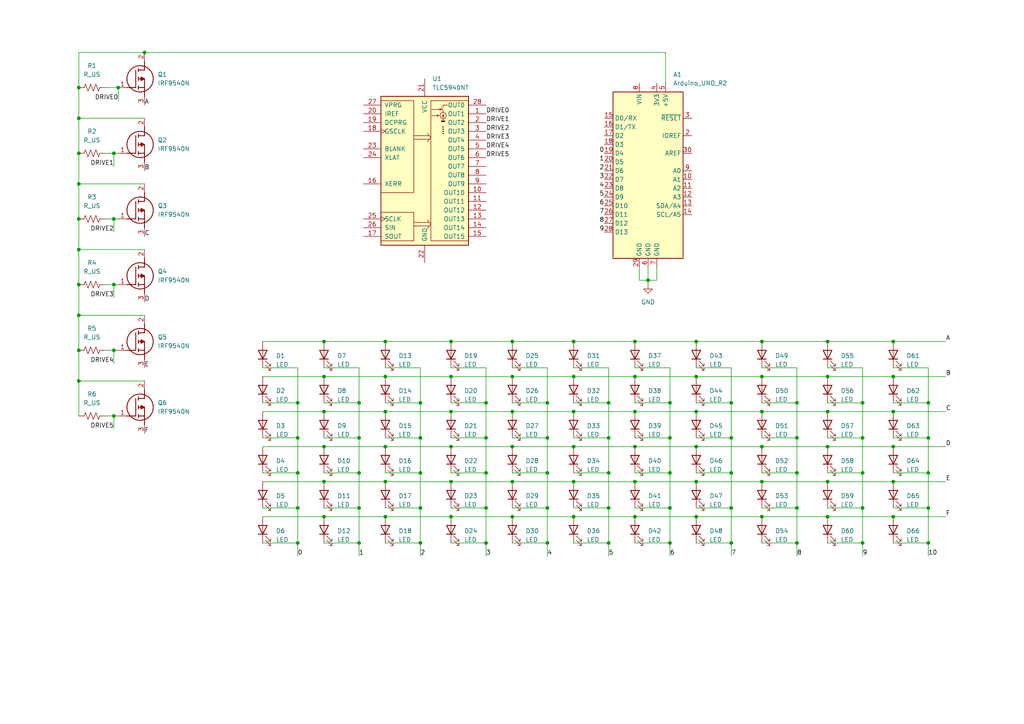
<source format=kicad_sch>
(kicad_sch (version 20230121) (generator eeschema)
  (paper "A4")
  (lib_symbols
    (symbol "Device:LED" (pin_numbers hide) (pin_names (offset 1.016) hide)
      (property "Reference" "D" (at 0 2.54 0))
      (property "Value" "LED" (at 0 -2.54 0))
      (symbol "LED_0_1"
        (polyline (pts (xy -1.27 -1.27) (xy -1.27 1.27)) (stroke (width 0.254)))
        (polyline (pts (xy -1.27 0) (xy 1.27 0)))
        (polyline (pts (xy 1.27 -1.27) (xy 1.27 1.27) (xy -1.27 0) (xy 1.27 -1.27)) (stroke (width 0.254)))
        (polyline (pts (xy -3.048 -0.762) (xy -4.572 -2.286) (xy -3.81 -2.286) (xy -4.572 -2.286) (xy -4.572 -1.524)))
        (polyline (pts (xy -1.778 -0.762) (xy -3.302 -2.286) (xy -2.54 -2.286) (xy -3.302 -2.286) (xy -3.302 -1.524)))
      )
      (symbol "LED_1_1"
        (pin passive line (at -3.81 0 0) (length 2.54) (name "K") (number "1"))
        (pin passive line (at 3.81 0 180) (length 2.54) (name "A") (number "2"))
      )
    )
    (symbol "Device:R_US" (pin_numbers hide) (pin_names (offset 0))
      (property "Reference" "R" (at 2.54 0 90))
      (property "Value" "R_US" (at -2.54 0 90))
      (symbol "R_US_0_1"
        (polyline (pts (xy 0 -2.286) (xy 0 -2.54)))
        (polyline (pts (xy 0 2.286) (xy 0 2.54)))
        (polyline (pts (xy 0 -0.762) (xy 1.016 -1.143) (xy 0 -1.524) (xy -1.016 -1.905) (xy 0 -2.286)))
        (polyline (pts (xy 0 0.762) (xy 1.016 0.381) (xy 0 0) (xy -1.016 -0.381) (xy 0 -0.762)))
        (polyline (pts (xy 0 2.286) (xy 1.016 1.905) (xy 0 1.524) (xy -1.016 1.143) (xy 0 0.762)))
      )
      (symbol "R_US_1_1"
        (pin passive line (at 0 3.81 270) (length 1.27) (name "~") (number "1"))
        (pin passive line (at 0 -3.81 90) (length 1.27) (name "~") (number "2"))
      )
    )
    (symbol "Driver_LED:TLC5940NT" (pin_names (offset 1.016))
      (property "Reference" "U" (at -12.7 22.225 0))
      (property "Value" "TLC5940NT" (at 12.7 22.225 0))
      (symbol "TLC5940NT_0_1"
        (rectangle (start -12.7 -21.59) (end -3.175 -13.335))
        (rectangle (start -12.7 19.05) (end -3.175 -7.62))
        (rectangle (start -12.7 20.32) (end 12.7 -22.86) (stroke (width 0.254)) (fill (type background)))
        (polyline (pts (xy -3.175 -16.256) (xy 1.27 -16.256)))
        (polyline (pts (xy -3.175 8.89) (xy 1.27 8.89)))
        (polyline (pts (xy 1.27 -17.272) (xy -3.175 -17.272)))
        (polyline (pts (xy 1.27 7.874) (xy -3.175 7.874)))
        (polyline (pts (xy 1.778 -16.764) (xy 0.762 -18.034)))
        (polyline (pts (xy 1.778 -16.764) (xy 0.762 -15.494)))
        (polyline (pts (xy 1.778 8.382) (xy 0.762 7.112)))
        (polyline (pts (xy 1.778 8.382) (xy 0.762 9.652)))
        (polyline (pts (xy 5.334 13.716) (xy 5.334 13.208)))
        (polyline (pts (xy 5.334 14.224) (xy 5.588 14.732)))
        (polyline (pts (xy 5.334 15.24) (xy 5.334 14.224) (xy 5.08 14.732)))
        (polyline (pts (xy 5.334 15.748) (xy 5.334 16.002) (xy 4.826 17.272)))
        (polyline (pts (xy 5.334 17.272) (xy 5.334 17.78) (xy 6.604 17.78)))
        (polyline (pts (xy 2.032 14.732) (xy 4.064 14.732) (xy 3.556 14.986) (xy 4.064 14.732) (xy 3.556 14.478)))
        (polyline (pts (xy 2.032 16.51) (xy 4.826 16.51) (xy 4.318 16.764) (xy 4.826 16.51) (xy 4.318 16.256)))
        (rectangle (start 1.778 19.05) (end 12.7 -21.59))
        (rectangle (start 4.826 13.208) (end 5.842 12.954) (fill (type outline)))
        (circle (center 5.334 9.525) (radius 0.127) (fill (type outline)))
        (circle (center 5.334 10.16) (radius 0.127) (fill (type outline)))
        (circle (center 5.334 10.795) (radius 0.127) (fill (type outline)))
        (circle (center 5.334 11.43) (radius 0.127) (fill (type outline)))
        (circle (center 5.334 14.732) (radius 0.9144))
      )
      (symbol "TLC5940NT_1_1"
        (pin open_collector line (at 17.78 15.24 180) (length 5.08) (name "OUT1") (number "1"))
        (pin open_collector line (at 17.78 -7.62 180) (length 5.08) (name "OUT10") (number "10"))
        (pin open_collector line (at 17.78 -10.16 180) (length 5.08) (name "OUT11") (number "11"))
        (pin open_collector line (at 17.78 -12.7 180) (length 5.08) (name "OUT12") (number "12"))
        (pin open_collector line (at 17.78 -15.24 180) (length 5.08) (name "OUT13") (number "13"))
        (pin open_collector line (at 17.78 -17.78 180) (length 5.08) (name "OUT14") (number "14"))
        (pin open_collector line (at 17.78 -20.32 180) (length 5.08) (name "OUT15") (number "15"))
        (pin open_collector line (at -17.78 -5.08 0) (length 5.08) (name "XERR") (number "16"))
        (pin output line (at -17.78 -20.32 0) (length 5.08) (name "SOUT") (number "17"))
        (pin input clock (at -17.78 10.16 0) (length 5.08) (name "GSCLK") (number "18"))
        (pin input line (at -17.78 12.7 0) (length 5.08) (name "DCPRG") (number "19"))
        (pin open_collector line (at 17.78 12.7 180) (length 5.08) (name "OUT2") (number "2"))
        (pin input line (at -17.78 15.24 0) (length 5.08) (name "IREF") (number "20"))
        (pin power_in line (at 0 25.4 270) (length 5.08) (name "VCC") (number "21"))
        (pin power_in line (at 0 -27.94 90) (length 5.08) (name "GND") (number "22"))
        (pin input line (at -17.78 5.08 0) (length 5.08) (name "BLANK") (number "23"))
        (pin input line (at -17.78 2.54 0) (length 5.08) (name "XLAT") (number "24"))
        (pin input clock (at -17.78 -15.24 0) (length 5.08) (name "SCLK") (number "25"))
        (pin input line (at -17.78 -17.78 0) (length 5.08) (name "SIN") (number "26"))
        (pin input line (at -17.78 17.78 0) (length 5.08) (name "VPRG") (number "27"))
        (pin open_collector line (at 17.78 17.78 180) (length 5.08) (name "OUT0") (number "28"))
        (pin open_collector line (at 17.78 10.16 180) (length 5.08) (name "OUT3") (number "3"))
        (pin open_collector line (at 17.78 7.62 180) (length 5.08) (name "OUT4") (number "4"))
        (pin open_collector line (at 17.78 5.08 180) (length 5.08) (name "OUT5") (number "5"))
        (pin open_collector line (at 17.78 2.54 180) (length 5.08) (name "OUT6") (number "6"))
        (pin open_collector line (at 17.78 0 180) (length 5.08) (name "OUT7") (number "7"))
        (pin open_collector line (at 17.78 -2.54 180) (length 5.08) (name "OUT8") (number "8"))
        (pin open_collector line (at 17.78 -5.08 180) (length 5.08) (name "OUT9") (number "9"))
      )
    )
    (symbol "F9540N:IRF9540N" (pin_names hide)
      (property "Reference" "Q" (at 11.43 3.81 0))
      (property "Value" "IRF9540N" (at 11.43 1.27 0))
      (symbol "IRF9540N_1_1"
        (polyline (pts (xy 2.54 0) (xy 5.08 0)) (stroke (width 0.254)))
        (polyline (pts (xy 5.08 5.08) (xy 5.08 0)) (stroke (width 0.254)))
        (polyline (pts (xy 5.842 -0.508) (xy 5.842 0.508)) (stroke (width 0.254)))
        (polyline (pts (xy 5.842 0) (xy 7.62 0)) (stroke (width 0.254)))
        (polyline (pts (xy 5.842 2.032) (xy 5.842 3.048)) (stroke (width 0.254)))
        (polyline (pts (xy 5.842 5.588) (xy 5.842 4.572)) (stroke (width 0.254)))
        (polyline (pts (xy 7.62 2.54) (xy 5.842 2.54)) (stroke (width 0.254)))
        (polyline (pts (xy 7.62 2.54) (xy 7.62 -2.54)) (stroke (width 0.254)))
        (polyline (pts (xy 7.62 5.08) (xy 5.842 5.08)) (stroke (width 0.254)))
        (polyline (pts (xy 7.62 5.08) (xy 7.62 7.62)) (stroke (width 0.254)))
        (polyline (pts (xy 7.62 2.54) (xy 6.604 3.048) (xy 6.604 2.032) (xy 7.62 2.54)) (stroke (width 0.254)) (fill (type outline)))
        (circle (center 6.35 2.54) (radius 3.81) (stroke (width 0.254)))
        (pin passive line (at 0 0 0) (length 2.54) (name "G") (number "1"))
        (pin passive line (at 7.62 10.16 270) (length 2.54) (name "D") (number "2"))
        (pin passive line (at 7.62 -5.08 90) (length 2.54) (name "S") (number "3"))
      )
    )
    (symbol "MCU_Module:Arduino_UNO_R2"
      (property "Reference" "A" (at -10.16 23.495 0))
      (property "Value" "Arduino_UNO_R2" (at 5.08 -26.67 0))
      (symbol "Arduino_UNO_R2_0_1"
        (rectangle (start -10.16 22.86) (end 10.16 -25.4) (stroke (width 0.254)) (fill (type background)))
      )
      (symbol "Arduino_UNO_R2_1_1"
        (pin no_connect line (at -10.16 -20.32 0) (length 2.54) hide (name "NC") (number "1"))
        (pin bidirectional line (at 12.7 -2.54 180) (length 2.54) (name "A1") (number "10"))
        (pin bidirectional line (at 12.7 -5.08 180) (length 2.54) (name "A2") (number "11"))
        (pin bidirectional line (at 12.7 -7.62 180) (length 2.54) (name "A3") (number "12"))
        (pin bidirectional line (at 12.7 -10.16 180) (length 2.54) (name "SDA/A4") (number "13"))
        (pin bidirectional line (at 12.7 -12.7 180) (length 2.54) (name "SCL/A5") (number "14"))
        (pin bidirectional line (at -12.7 15.24 0) (length 2.54) (name "D0/RX") (number "15"))
        (pin bidirectional line (at -12.7 12.7 0) (length 2.54) (name "D1/TX") (number "16"))
        (pin bidirectional line (at -12.7 10.16 0) (length 2.54) (name "D2") (number "17"))
        (pin bidirectional line (at -12.7 7.62 0) (length 2.54) (name "D3") (number "18"))
        (pin bidirectional line (at -12.7 5.08 0) (length 2.54) (name "D4") (number "19"))
        (pin output line (at 12.7 10.16 180) (length 2.54) (name "IOREF") (number "2"))
        (pin bidirectional line (at -12.7 2.54 0) (length 2.54) (name "D5") (number "20"))
        (pin bidirectional line (at -12.7 0 0) (length 2.54) (name "D6") (number "21"))
        (pin bidirectional line (at -12.7 -2.54 0) (length 2.54) (name "D7") (number "22"))
        (pin bidirectional line (at -12.7 -5.08 0) (length 2.54) (name "D8") (number "23"))
        (pin bidirectional line (at -12.7 -7.62 0) (length 2.54) (name "D9") (number "24"))
        (pin bidirectional line (at -12.7 -10.16 0) (length 2.54) (name "D10") (number "25"))
        (pin bidirectional line (at -12.7 -12.7 0) (length 2.54) (name "D11") (number "26"))
        (pin bidirectional line (at -12.7 -15.24 0) (length 2.54) (name "D12") (number "27"))
        (pin bidirectional line (at -12.7 -17.78 0) (length 2.54) (name "D13") (number "28"))
        (pin power_in line (at -2.54 -27.94 90) (length 2.54) (name "GND") (number "29"))
        (pin input line (at 12.7 15.24 180) (length 2.54) (name "~{RESET}") (number "3"))
        (pin input line (at 12.7 5.08 180) (length 2.54) (name "AREF") (number "30"))
        (pin power_out line (at 2.54 25.4 270) (length 2.54) (name "3V3") (number "4"))
        (pin power_out line (at 5.08 25.4 270) (length 2.54) (name "+5V") (number "5"))
        (pin power_in line (at 0 -27.94 90) (length 2.54) (name "GND") (number "6"))
        (pin power_in line (at 2.54 -27.94 90) (length 2.54) (name "GND") (number "7"))
        (pin power_in line (at -2.54 25.4 270) (length 2.54) (name "VIN") (number "8"))
        (pin bidirectional line (at 12.7 0 180) (length 2.54) (name "A0") (number "9"))
      )
    )
    (symbol "power:GND" (power) (pin_names (offset 0))
      (property "Value" "GND" (at 0 -3.81 0))
      (symbol "GND_0_1"
        (polyline (pts (xy 0 0) (xy 0 -1.27) (xy 1.27 -1.27) (xy 0 -2.54) (xy -1.27 -1.27) (xy 0 -1.27)))
      )
      (symbol "GND_1_1"
        (pin power_in line (at 0 0 270) (length 0) hide (name "GND") (number "1"))
      )
    )
  )
  (junction (at 140.97 137.16))
  (junction (at 121.92 137.16))
  (junction (at 259.08 99.06))
  (junction (at 34.29 25.4))
  (junction (at 240.03 99.06))
  (junction (at 194.31 147.32))
  (junction (at 231.14 147.32))
  (junction (at 130.81 129.54))
  (junction (at 121.92 127))
  (junction (at 231.14 157.48))
  (junction (at 130.81 119.38))
  (junction (at 220.98 119.38))
  (junction (at 166.37 129.54))
  (junction (at 176.53 127))
  (junction (at 269.24 147.32))
  (junction (at 41.91 15.24))
  (junction (at 166.37 99.06))
  (junction (at 166.37 109.22))
  (junction (at 111.76 99.06))
  (junction (at 148.59 149.86))
  (junction (at 259.08 129.54))
  (junction (at 201.93 129.54))
  (junction (at 93.98 139.7))
  (junction (at 148.59 109.22))
  (junction (at 140.97 116.84))
  (junction (at 166.37 149.86))
  (junction (at 111.76 129.54))
  (junction (at 184.15 109.22))
  (junction (at 148.59 139.7))
  (junction (at 148.59 129.54))
  (junction (at 201.93 109.22))
  (junction (at 194.31 116.84))
  (junction (at 22.86 110.49))
  (junction (at 184.15 119.38))
  (junction (at 194.31 127))
  (junction (at 212.09 116.84))
  (junction (at 111.76 119.38))
  (junction (at 111.76 139.7))
  (junction (at 269.24 137.16))
  (junction (at 194.31 157.48))
  (junction (at 22.86 101.6))
  (junction (at 93.98 99.06))
  (junction (at 269.24 116.84))
  (junction (at 201.93 149.86))
  (junction (at 140.97 127))
  (junction (at 220.98 129.54))
  (junction (at 22.86 63.5))
  (junction (at 212.09 137.16))
  (junction (at 86.36 137.16))
  (junction (at 86.36 147.32))
  (junction (at 22.86 44.45))
  (junction (at 184.15 129.54))
  (junction (at 194.31 137.16))
  (junction (at 104.14 157.48))
  (junction (at 220.98 139.7))
  (junction (at 240.03 139.7))
  (junction (at 22.86 72.39))
  (junction (at 93.98 129.54))
  (junction (at 240.03 119.38))
  (junction (at 86.36 116.84))
  (junction (at 33.02 63.5))
  (junction (at 140.97 147.32))
  (junction (at 220.98 149.86))
  (junction (at 176.53 137.16))
  (junction (at 158.75 127))
  (junction (at 22.86 91.44))
  (junction (at 121.92 116.84))
  (junction (at 104.14 147.32))
  (junction (at 158.75 147.32))
  (junction (at 250.19 147.32))
  (junction (at 130.81 139.7))
  (junction (at 259.08 149.86))
  (junction (at 33.02 101.6))
  (junction (at 269.24 157.48))
  (junction (at 231.14 116.84))
  (junction (at 93.98 149.86))
  (junction (at 22.86 34.29))
  (junction (at 111.76 109.22))
  (junction (at 269.24 127))
  (junction (at 158.75 157.48))
  (junction (at 86.36 157.48))
  (junction (at 111.76 149.86))
  (junction (at 130.81 109.22))
  (junction (at 201.93 99.06))
  (junction (at 240.03 109.22))
  (junction (at 212.09 127))
  (junction (at 220.98 109.22))
  (junction (at 187.96 81.28))
  (junction (at 220.98 99.06))
  (junction (at 22.86 25.4))
  (junction (at 176.53 116.84))
  (junction (at 212.09 157.48))
  (junction (at 250.19 116.84))
  (junction (at 33.02 44.45))
  (junction (at 176.53 147.32))
  (junction (at 86.36 127))
  (junction (at 158.75 137.16))
  (junction (at 250.19 157.48))
  (junction (at 231.14 127))
  (junction (at 212.09 147.32))
  (junction (at 259.08 109.22))
  (junction (at 184.15 99.06))
  (junction (at 166.37 139.7))
  (junction (at 184.15 149.86))
  (junction (at 250.19 137.16))
  (junction (at 93.98 119.38))
  (junction (at 104.14 116.84))
  (junction (at 201.93 119.38))
  (junction (at 22.86 82.55))
  (junction (at 201.93 139.7))
  (junction (at 104.14 127))
  (junction (at 184.15 139.7))
  (junction (at 121.92 157.48))
  (junction (at 176.53 157.48))
  (junction (at 259.08 139.7))
  (junction (at 231.14 137.16))
  (junction (at 33.02 82.55))
  (junction (at 240.03 129.54))
  (junction (at 130.81 149.86))
  (junction (at 104.14 137.16))
  (junction (at 158.75 116.84))
  (junction (at 166.37 119.38))
  (junction (at 130.81 99.06))
  (junction (at 93.98 109.22))
  (junction (at 22.86 53.34))
  (junction (at 240.03 149.86))
  (junction (at 148.59 119.38))
  (junction (at 140.97 157.48))
  (junction (at 250.19 127))
  (junction (at 121.92 147.32))
  (junction (at 33.02 120.65))
  (junction (at 148.59 99.06))
  (junction (at 259.08 119.38))
  (wire (pts (xy 130.81 116.84) (xy 140.97 116.84)))
  (wire (pts (xy 86.36 157.48) (xy 86.36 161.29)))
  (wire (pts (xy 184.15 99.06) (xy 201.93 99.06)))
  (wire (pts (xy 212.09 147.32) (xy 212.09 157.48)))
  (wire (pts (xy 111.76 157.48) (xy 121.92 157.48)))
  (wire (pts (xy 166.37 106.68) (xy 176.53 106.68)))
  (wire (pts (xy 140.97 127) (xy 140.97 137.16)))
  (wire (pts (xy 76.2 139.7) (xy 93.98 139.7)))
  (wire (pts (xy 259.08 139.7) (xy 274.32 139.7)))
  (wire (pts (xy 93.98 157.48) (xy 104.14 157.48)))
  (wire (pts (xy 22.86 53.34) (xy 22.86 44.45)))
  (wire (pts (xy 240.03 137.16) (xy 250.19 137.16)))
  (wire (pts (xy 130.81 109.22) (xy 148.59 109.22)))
  (wire (pts (xy 220.98 99.06) (xy 240.03 99.06)))
  (wire (pts (xy 220.98 106.68) (xy 231.14 106.68)))
  (wire (pts (xy 140.97 147.32) (xy 140.97 157.48)))
  (wire (pts (xy 201.93 137.16) (xy 212.09 137.16)))
  (wire (pts (xy 148.59 139.7) (xy 166.37 139.7)))
  (wire (pts (xy 176.53 106.68) (xy 176.53 116.84)))
  (wire (pts (xy 220.98 137.16) (xy 231.14 137.16)))
  (wire (pts (xy 121.92 137.16) (xy 121.92 147.32)))
  (wire (pts (xy 130.81 149.86) (xy 148.59 149.86)))
  (wire (pts (xy 220.98 139.7) (xy 240.03 139.7)))
  (wire (pts (xy 148.59 157.48) (xy 158.75 157.48)))
  (wire (pts (xy 121.92 127) (xy 121.92 137.16)))
  (wire (pts (xy 76.2 137.16) (xy 86.36 137.16)))
  (wire (pts (xy 220.98 157.48) (xy 231.14 157.48)))
  (wire (pts (xy 130.81 119.38) (xy 148.59 119.38)))
  (wire (pts (xy 111.76 139.7) (xy 130.81 139.7)))
  (wire (pts (xy 33.02 63.5) (xy 34.29 63.5)))
  (wire (pts (xy 33.02 101.6) (xy 34.29 101.6)))
  (wire (pts (xy 220.98 116.84) (xy 231.14 116.84)))
  (wire (pts (xy 212.09 137.16) (xy 212.09 147.32)))
  (wire (pts (xy 86.36 137.16) (xy 86.36 147.32)))
  (wire (pts (xy 76.2 149.86) (xy 93.98 149.86)))
  (wire (pts (xy 184.15 109.22) (xy 201.93 109.22)))
  (wire (pts (xy 269.24 137.16) (xy 269.24 147.32)))
  (wire (pts (xy 184.15 119.38) (xy 201.93 119.38)))
  (wire (pts (xy 212.09 157.48) (xy 212.09 161.29)))
  (wire (pts (xy 148.59 99.06) (xy 166.37 99.06)))
  (wire (pts (xy 140.97 137.16) (xy 140.97 147.32)))
  (wire (pts (xy 148.59 129.54) (xy 166.37 129.54)))
  (wire (pts (xy 259.08 127) (xy 269.24 127)))
  (wire (pts (xy 166.37 157.48) (xy 176.53 157.48)))
  (wire (pts (xy 250.19 116.84) (xy 250.19 127)))
  (wire (pts (xy 201.93 157.48) (xy 212.09 157.48)))
  (wire (pts (xy 148.59 149.86) (xy 166.37 149.86)))
  (wire (pts (xy 30.48 101.6) (xy 33.02 101.6)))
  (wire (pts (xy 93.98 137.16) (xy 104.14 137.16)))
  (wire (pts (xy 201.93 116.84) (xy 212.09 116.84)))
  (wire (pts (xy 193.04 15.24) (xy 193.04 24.13)))
  (wire (pts (xy 176.53 157.48) (xy 176.53 161.29)))
  (wire (pts (xy 259.08 109.22) (xy 274.32 109.22)))
  (wire (pts (xy 259.08 129.54) (xy 274.32 129.54)))
  (wire (pts (xy 166.37 99.06) (xy 184.15 99.06)))
  (wire (pts (xy 166.37 129.54) (xy 184.15 129.54)))
  (wire (pts (xy 148.59 116.84) (xy 158.75 116.84)))
  (wire (pts (xy 184.15 116.84) (xy 194.31 116.84)))
  (wire (pts (xy 184.15 137.16) (xy 194.31 137.16)))
  (wire (pts (xy 148.59 147.32) (xy 158.75 147.32)))
  (wire (pts (xy 201.93 109.22) (xy 220.98 109.22)))
  (wire (pts (xy 111.76 99.06) (xy 130.81 99.06)))
  (wire (pts (xy 76.2 129.54) (xy 93.98 129.54)))
  (wire (pts (xy 158.75 127) (xy 158.75 137.16)))
  (wire (pts (xy 166.37 109.22) (xy 184.15 109.22)))
  (wire (pts (xy 240.03 149.86) (xy 259.08 149.86)))
  (wire (pts (xy 166.37 116.84) (xy 176.53 116.84)))
  (wire (pts (xy 93.98 119.38) (xy 111.76 119.38)))
  (wire (pts (xy 41.91 15.24) (xy 193.04 15.24)))
  (wire (pts (xy 30.48 63.5) (xy 33.02 63.5)))
  (wire (pts (xy 158.75 106.68) (xy 158.75 116.84)))
  (wire (pts (xy 259.08 149.86) (xy 274.32 149.86)))
  (wire (pts (xy 22.86 110.49) (xy 22.86 120.65)))
  (wire (pts (xy 76.2 116.84) (xy 86.36 116.84)))
  (wire (pts (xy 76.2 147.32) (xy 86.36 147.32)))
  (wire (pts (xy 176.53 147.32) (xy 176.53 157.48)))
  (wire (pts (xy 220.98 147.32) (xy 231.14 147.32)))
  (wire (pts (xy 22.86 82.55) (xy 22.86 91.44)))
  (wire (pts (xy 93.98 109.22) (xy 111.76 109.22)))
  (wire (pts (xy 104.14 106.68) (xy 104.14 116.84)))
  (wire (pts (xy 33.02 44.45) (xy 33.02 48.26)))
  (wire (pts (xy 220.98 109.22) (xy 240.03 109.22)))
  (wire (pts (xy 111.76 109.22) (xy 130.81 109.22)))
  (wire (pts (xy 240.03 116.84) (xy 250.19 116.84)))
  (wire (pts (xy 269.24 147.32) (xy 269.24 157.48)))
  (wire (pts (xy 130.81 147.32) (xy 140.97 147.32)))
  (wire (pts (xy 140.97 116.84) (xy 140.97 127)))
  (wire (pts (xy 86.36 147.32) (xy 86.36 157.48)))
  (wire (pts (xy 194.31 127) (xy 194.31 137.16)))
  (wire (pts (xy 22.86 25.4) (xy 22.86 15.24)))
  (wire (pts (xy 201.93 139.7) (xy 220.98 139.7)))
  (wire (pts (xy 187.96 81.28) (xy 187.96 82.55)))
  (wire (pts (xy 30.48 120.65) (xy 33.02 120.65)))
  (wire (pts (xy 184.15 106.68) (xy 194.31 106.68)))
  (wire (pts (xy 33.02 82.55) (xy 34.29 82.55)))
  (wire (pts (xy 111.76 116.84) (xy 121.92 116.84)))
  (wire (pts (xy 190.5 81.28) (xy 187.96 81.28)))
  (wire (pts (xy 30.48 25.4) (xy 34.29 25.4)))
  (wire (pts (xy 33.02 63.5) (xy 33.02 67.31)))
  (wire (pts (xy 76.2 109.22) (xy 93.98 109.22)))
  (wire (pts (xy 130.81 127) (xy 140.97 127)))
  (wire (pts (xy 93.98 106.68) (xy 104.14 106.68)))
  (wire (pts (xy 140.97 106.68) (xy 140.97 116.84)))
  (wire (pts (xy 130.81 99.06) (xy 148.59 99.06)))
  (wire (pts (xy 158.75 157.48) (xy 158.75 161.29)))
  (wire (pts (xy 104.14 157.48) (xy 104.14 161.29)))
  (wire (pts (xy 166.37 147.32) (xy 176.53 147.32)))
  (wire (pts (xy 93.98 99.06) (xy 111.76 99.06)))
  (wire (pts (xy 121.92 147.32) (xy 121.92 157.48)))
  (wire (pts (xy 30.48 44.45) (xy 33.02 44.45)))
  (wire (pts (xy 231.14 106.68) (xy 231.14 116.84)))
  (wire (pts (xy 231.14 116.84) (xy 231.14 127)))
  (wire (pts (xy 41.91 91.44) (xy 22.86 91.44)))
  (wire (pts (xy 231.14 157.48) (xy 231.14 161.29)))
  (wire (pts (xy 240.03 99.06) (xy 259.08 99.06)))
  (wire (pts (xy 22.86 53.34) (xy 41.91 53.34)))
  (wire (pts (xy 201.93 149.86) (xy 220.98 149.86)))
  (wire (pts (xy 201.93 119.38) (xy 220.98 119.38)))
  (wire (pts (xy 194.31 116.84) (xy 194.31 127)))
  (wire (pts (xy 121.92 106.68) (xy 121.92 116.84)))
  (wire (pts (xy 158.75 137.16) (xy 158.75 147.32)))
  (wire (pts (xy 104.14 137.16) (xy 104.14 147.32)))
  (wire (pts (xy 111.76 127) (xy 121.92 127)))
  (wire (pts (xy 185.42 81.28) (xy 187.96 81.28)))
  (wire (pts (xy 220.98 129.54) (xy 240.03 129.54)))
  (wire (pts (xy 259.08 157.48) (xy 269.24 157.48)))
  (wire (pts (xy 240.03 106.68) (xy 250.19 106.68)))
  (wire (pts (xy 140.97 157.48) (xy 140.97 161.29)))
  (wire (pts (xy 111.76 147.32) (xy 121.92 147.32)))
  (wire (pts (xy 111.76 149.86) (xy 130.81 149.86)))
  (wire (pts (xy 194.31 157.48) (xy 194.31 161.29)))
  (wire (pts (xy 176.53 116.84) (xy 176.53 127)))
  (wire (pts (xy 86.36 116.84) (xy 86.36 127)))
  (wire (pts (xy 30.48 82.55) (xy 33.02 82.55)))
  (wire (pts (xy 148.59 119.38) (xy 166.37 119.38)))
  (wire (pts (xy 184.15 129.54) (xy 201.93 129.54)))
  (wire (pts (xy 121.92 157.48) (xy 121.92 161.29)))
  (wire (pts (xy 104.14 127) (xy 104.14 137.16)))
  (wire (pts (xy 76.2 106.68) (xy 86.36 106.68)))
  (wire (pts (xy 130.81 106.68) (xy 140.97 106.68)))
  (wire (pts (xy 259.08 119.38) (xy 274.32 119.38)))
  (wire (pts (xy 220.98 149.86) (xy 240.03 149.86)))
  (wire (pts (xy 269.24 106.68) (xy 269.24 116.84)))
  (wire (pts (xy 22.86 25.4) (xy 22.86 34.29)))
  (wire (pts (xy 166.37 137.16) (xy 176.53 137.16)))
  (wire (pts (xy 184.15 147.32) (xy 194.31 147.32)))
  (wire (pts (xy 22.86 63.5) (xy 22.86 53.34)))
  (wire (pts (xy 148.59 137.16) (xy 158.75 137.16)))
  (wire (pts (xy 148.59 109.22) (xy 166.37 109.22)))
  (wire (pts (xy 201.93 106.68) (xy 212.09 106.68)))
  (wire (pts (xy 93.98 129.54) (xy 111.76 129.54)))
  (wire (pts (xy 240.03 129.54) (xy 259.08 129.54)))
  (wire (pts (xy 158.75 147.32) (xy 158.75 157.48)))
  (wire (pts (xy 166.37 139.7) (xy 184.15 139.7)))
  (wire (pts (xy 111.76 129.54) (xy 130.81 129.54)))
  (wire (pts (xy 201.93 129.54) (xy 220.98 129.54)))
  (wire (pts (xy 33.02 44.45) (xy 34.29 44.45)))
  (wire (pts (xy 231.14 137.16) (xy 231.14 147.32)))
  (wire (pts (xy 220.98 119.38) (xy 240.03 119.38)))
  (wire (pts (xy 259.08 137.16) (xy 269.24 137.16)))
  (wire (pts (xy 250.19 127) (xy 250.19 137.16)))
  (wire (pts (xy 93.98 147.32) (xy 104.14 147.32)))
  (wire (pts (xy 269.24 157.48) (xy 269.24 161.29)))
  (wire (pts (xy 33.02 82.55) (xy 33.02 86.36)))
  (wire (pts (xy 250.19 106.68) (xy 250.19 116.84)))
  (wire (pts (xy 240.03 109.22) (xy 259.08 109.22)))
  (wire (pts (xy 33.02 120.65) (xy 33.02 124.46)))
  (wire (pts (xy 201.93 147.32) (xy 212.09 147.32)))
  (wire (pts (xy 130.81 129.54) (xy 148.59 129.54)))
  (wire (pts (xy 93.98 149.86) (xy 111.76 149.86)))
  (wire (pts (xy 212.09 127) (xy 212.09 137.16)))
  (wire (pts (xy 33.02 101.6) (xy 33.02 105.41)))
  (wire (pts (xy 187.96 77.47) (xy 187.96 81.28)))
  (wire (pts (xy 76.2 127) (xy 86.36 127)))
  (wire (pts (xy 22.86 34.29) (xy 22.86 44.45)))
  (wire (pts (xy 22.86 91.44) (xy 22.86 101.6)))
  (wire (pts (xy 121.92 116.84) (xy 121.92 127)))
  (wire (pts (xy 250.19 157.48) (xy 250.19 161.29)))
  (wire (pts (xy 166.37 127) (xy 176.53 127)))
  (wire (pts (xy 259.08 116.84) (xy 269.24 116.84)))
  (wire (pts (xy 250.19 147.32) (xy 250.19 157.48)))
  (wire (pts (xy 22.86 72.39) (xy 22.86 63.5)))
  (wire (pts (xy 22.86 101.6) (xy 22.86 110.49)))
  (wire (pts (xy 184.15 157.48) (xy 194.31 157.48)))
  (wire (pts (xy 166.37 119.38) (xy 184.15 119.38)))
  (wire (pts (xy 33.02 120.65) (xy 34.29 120.65)))
  (wire (pts (xy 22.86 15.24) (xy 41.91 15.24)))
  (wire (pts (xy 34.29 25.4) (xy 34.29 29.21)))
  (wire (pts (xy 76.2 157.48) (xy 86.36 157.48)))
  (wire (pts (xy 76.2 119.38) (xy 93.98 119.38)))
  (wire (pts (xy 86.36 106.68) (xy 86.36 116.84)))
  (wire (pts (xy 259.08 99.06) (xy 274.32 99.06)))
  (wire (pts (xy 259.08 147.32) (xy 269.24 147.32)))
  (wire (pts (xy 269.24 116.84) (xy 269.24 127)))
  (wire (pts (xy 148.59 127) (xy 158.75 127)))
  (wire (pts (xy 185.42 77.47) (xy 185.42 81.28)))
  (wire (pts (xy 148.59 106.68) (xy 158.75 106.68)))
  (wire (pts (xy 240.03 139.7) (xy 259.08 139.7)))
  (wire (pts (xy 184.15 139.7) (xy 201.93 139.7)))
  (wire (pts (xy 111.76 137.16) (xy 121.92 137.16)))
  (wire (pts (xy 111.76 119.38) (xy 130.81 119.38)))
  (wire (pts (xy 93.98 127) (xy 104.14 127)))
  (wire (pts (xy 86.36 127) (xy 86.36 137.16)))
  (wire (pts (xy 176.53 137.16) (xy 176.53 147.32)))
  (wire (pts (xy 22.86 72.39) (xy 41.91 72.39)))
  (wire (pts (xy 190.5 77.47) (xy 190.5 81.28)))
  (wire (pts (xy 240.03 147.32) (xy 250.19 147.32)))
  (wire (pts (xy 104.14 147.32) (xy 104.14 157.48)))
  (wire (pts (xy 201.93 127) (xy 212.09 127)))
  (wire (pts (xy 158.75 116.84) (xy 158.75 127)))
  (wire (pts (xy 111.76 106.68) (xy 121.92 106.68)))
  (wire (pts (xy 212.09 106.68) (xy 212.09 116.84)))
  (wire (pts (xy 194.31 137.16) (xy 194.31 147.32)))
  (wire (pts (xy 22.86 82.55) (xy 22.86 72.39)))
  (wire (pts (xy 240.03 119.38) (xy 259.08 119.38)))
  (wire (pts (xy 93.98 116.84) (xy 104.14 116.84)))
  (wire (pts (xy 259.08 106.68) (xy 269.24 106.68)))
  (wire (pts (xy 194.31 147.32) (xy 194.31 157.48)))
  (wire (pts (xy 166.37 149.86) (xy 184.15 149.86)))
  (wire (pts (xy 184.15 149.86) (xy 201.93 149.86)))
  (wire (pts (xy 76.2 99.06) (xy 93.98 99.06)))
  (wire (pts (xy 201.93 99.06) (xy 220.98 99.06)))
  (wire (pts (xy 41.91 34.29) (xy 22.86 34.29)))
  (wire (pts (xy 184.15 127) (xy 194.31 127)))
  (wire (pts (xy 130.81 139.7) (xy 148.59 139.7)))
  (wire (pts (xy 93.98 139.7) (xy 111.76 139.7)))
  (wire (pts (xy 269.24 127) (xy 269.24 137.16)))
  (wire (pts (xy 194.31 106.68) (xy 194.31 116.84)))
  (wire (pts (xy 130.81 157.48) (xy 140.97 157.48)))
  (wire (pts (xy 231.14 127) (xy 231.14 137.16)))
  (wire (pts (xy 130.81 137.16) (xy 140.97 137.16)))
  (wire (pts (xy 176.53 127) (xy 176.53 137.16)))
  (wire (pts (xy 240.03 127) (xy 250.19 127)))
  (wire (pts (xy 220.98 127) (xy 231.14 127)))
  (wire (pts (xy 231.14 147.32) (xy 231.14 157.48)))
  (wire (pts (xy 212.09 116.84) (xy 212.09 127)))
  (wire (pts (xy 104.14 116.84) (xy 104.14 127)))
  (wire (pts (xy 250.19 137.16) (xy 250.19 147.32)))
  (wire (pts (xy 240.03 157.48) (xy 250.19 157.48)))
  (wire (pts (xy 41.91 110.49) (xy 22.86 110.49)))
  (label "D" (at 274.32 129.54 0))
  (label "10" (at 269.24 161.29 0))
  (label "DRIVE0" (at 34.29 29.21 180))
  (label "C" (at 274.32 119.38 0))
  (label "DRIVE0" (at 140.97 33.02 0))
  (label "1" (at 104.14 161.29 0))
  (label "A" (at 274.32 99.06 0))
  (label "C" (at 41.91 68.58 0))
  (label "3" (at 140.97 161.29 0))
  (label "B" (at 41.91 49.53 0))
  (label "F" (at 41.91 125.73 0))
  (label "DRIVE2" (at 140.97 38.1 0))
  (label "DRIVE1" (at 140.97 35.56 0))
  (label "0" (at 175.26 44.45 180))
  (label "7" (at 175.26 62.23 180))
  (label "B" (at 274.32 109.22 0))
  (label "5" (at 175.26 57.15 180))
  (label "E" (at 274.32 139.7 0))
  (label "0" (at 86.36 161.29 0))
  (label "6" (at 194.31 161.29 0))
  (label "DRIVE5" (at 140.97 45.72 0))
  (label "DRIVE3" (at 140.97 40.64 0))
  (label "DRIVE4" (at 33.02 105.41 180))
  (label "DRIVE1" (at 33.02 48.26 180))
  (label "DRIVE4" (at 140.97 43.18 0))
  (label "6" (at 175.26 59.69 180))
  (label "7" (at 212.09 161.29 0))
  (label "1" (at 175.26 46.99 180))
  (label "9" (at 250.19 161.29 0))
  (label "2" (at 121.92 161.29 0))
  (label "8" (at 231.14 161.29 0))
  (label "8" (at 175.26 64.77 180))
  (label "F" (at 274.32 149.86 0))
  (label "3" (at 175.26 52.07 180))
  (label "DRIVE3" (at 33.02 86.36 180))
  (label "4" (at 175.26 54.61 180))
  (label "4" (at 158.75 161.29 0))
  (label "2" (at 175.26 49.53 180))
  (label "DRIVE5" (at 33.02 124.46 180))
  (label "A" (at 41.91 30.48 0))
  (label "5" (at 176.53 161.29 0))
  (label "D" (at 41.91 87.63 0))
  (label "E" (at 41.91 106.68 0))
  (label "DRIVE2" (at 33.02 67.31 180))
  (label "9" (at 175.26 67.31 180))
  (symbol (lib_id "Device:LED") (at 111.76 143.51 90) (unit 1)
    (property "Reference" "D17" (at 115.57 143.8275 90) (effects (justify right)))
    (property "Value" "LED" (at 115.57 146.3675 90) (effects (justify right)))
  )
  (symbol (lib_id "F9540N:IRF9540N") (at 34.29 120.65 0) (unit 1)
    (property "Reference" "Q6" (at 45.72 116.84 0) (effects (justify left)))
    (property "Value" "IRF9540N" (at 45.72 119.38 0) (effects (justify left)))
    (property "Footprint" "TO254P469X1042X1967-3P" (effects hide))
    (property "Datasheet" "https://datasheet.octopart.com/IRF9540N-International-Rectifier-datasheet-7566168.pdf" (effects hide))
    (property "Height" "4.69" (effects hide))
    (property "Manufacturer_Name" "Infineon" (effects hide))
    (property "Manufacturer_Part_Number" "IRF9540N" (effects hide))
  )
  (symbol (lib_id "Device:LED") (at 148.59 133.35 90) (unit 1)
    (property "Reference" "D28" (at 152.4 133.6675 90) (effects (justify right)))
    (property "Value" "LED" (at 152.4 136.2075 90) (effects (justify right)))
  )
  (symbol (lib_id "Device:LED") (at 166.37 143.51 90) (unit 1)
    (property "Reference" "D35" (at 170.18 143.8275 90) (effects (justify right)))
    (property "Value" "LED" (at 170.18 146.3675 90) (effects (justify right)))
  )
  (symbol (lib_id "Device:LED") (at 220.98 102.87 90) (unit 1)
    (property "Reference" "D49" (at 224.79 103.1875 90) (effects (justify right)))
    (property "Value" "LED" (at 224.79 105.7275 90) (effects (justify right)))
  )
  (symbol (lib_id "Device:R_US") (at 26.67 120.65 90) (unit 1)
    (property "Reference" "R6" (at 26.67 114.3 90))
    (property "Value" "R_US" (at 26.67 116.84 90))
  )
  (symbol (lib_id "F9540N:IRF9540N") (at 34.29 44.45 0) (unit 1)
    (property "Reference" "Q2" (at 45.72 40.64 0) (effects (justify left)))
    (property "Value" "IRF9540N" (at 45.72 43.18 0) (effects (justify left)))
    (property "Footprint" "TO254P469X1042X1967-3P" (effects hide))
    (property "Datasheet" "https://datasheet.octopart.com/IRF9540N-International-Rectifier-datasheet-7566168.pdf" (effects hide))
    (property "Height" "4.69" (effects hide))
    (property "Manufacturer_Name" "Infineon" (effects hide))
    (property "Manufacturer_Part_Number" "IRF9540N" (effects hide))
  )
  (symbol (lib_id "Device:LED") (at 166.37 102.87 90) (unit 1)
    (property "Reference" "D31" (at 170.18 103.1875 90) (effects (justify right)))
    (property "Value" "LED" (at 170.18 105.7275 90) (effects (justify right)))
  )
  (symbol (lib_id "Device:LED") (at 130.81 102.87 90) (unit 1)
    (property "Reference" "D19" (at 134.62 103.1875 90) (effects (justify right)))
    (property "Value" "LED" (at 134.62 105.7275 90) (effects (justify right)))
  )
  (symbol (lib_id "Device:LED") (at 184.15 102.87 90) (unit 1)
    (property "Reference" "D37" (at 187.96 103.1875 90) (effects (justify right)))
    (property "Value" "LED" (at 187.96 105.7275 90) (effects (justify right)))
  )
  (symbol (lib_id "Device:LED") (at 166.37 133.35 90) (unit 1)
    (property "Reference" "D34" (at 170.18 133.6675 90) (effects (justify right)))
    (property "Value" "LED" (at 170.18 136.2075 90) (effects (justify right)))
  )
  (symbol (lib_id "Device:LED") (at 201.93 153.67 90) (unit 1)
    (property "Reference" "D48" (at 205.74 153.9875 90) (effects (justify right)))
    (property "Value" "LED" (at 205.74 156.5275 90) (effects (justify right)))
  )
  (symbol (lib_id "Device:LED") (at 240.03 123.19 90) (unit 1)
    (property "Reference" "D57" (at 243.84 123.5075 90) (effects (justify right)))
    (property "Value" "LED" (at 243.84 126.0475 90) (effects (justify right)))
  )
  (symbol (lib_id "Device:LED") (at 148.59 123.19 90) (unit 1)
    (property "Reference" "D27" (at 152.4 123.5075 90) (effects (justify right)))
    (property "Value" "LED" (at 152.4 126.0475 90) (effects (justify right)))
  )
  (symbol (lib_id "Device:LED") (at 184.15 123.19 90) (unit 1)
    (property "Reference" "D39" (at 187.96 123.5075 90) (effects (justify right)))
    (property "Value" "LED" (at 187.96 126.0475 90) (effects (justify right)))
  )
  (symbol (lib_id "Device:LED") (at 184.15 153.67 90) (unit 1)
    (property "Reference" "D42" (at 187.96 153.9875 90) (effects (justify right)))
    (property "Value" "LED" (at 187.96 156.5275 90) (effects (justify right)))
  )
  (symbol (lib_id "Device:LED") (at 76.2 133.35 90) (unit 1)
    (property "Reference" "D4" (at 80.01 133.6675 90) (effects (justify right)))
    (property "Value" "LED" (at 80.01 136.2075 90) (effects (justify right)))
  )
  (symbol (lib_id "Device:LED") (at 76.2 143.51 90) (unit 1)
    (property "Reference" "D5" (at 80.01 143.8275 90) (effects (justify right)))
    (property "Value" "LED" (at 80.01 146.3675 90) (effects (justify right)))
  )
  (symbol (lib_id "Device:LED") (at 184.15 113.03 90) (unit 1)
    (property "Reference" "D38" (at 187.96 113.3475 90) (effects (justify right)))
    (property "Value" "LED" (at 187.96 115.8875 90) (effects (justify right)))
  )
  (symbol (lib_id "Device:LED") (at 130.81 153.67 90) (unit 1)
    (property "Reference" "D24" (at 134.62 153.9875 90) (effects (justify right)))
    (property "Value" "LED" (at 134.62 156.5275 90) (effects (justify right)))
  )
  (symbol (lib_id "Device:LED") (at 220.98 113.03 90) (unit 1)
    (property "Reference" "D50" (at 224.79 113.3475 90) (effects (justify right)))
    (property "Value" "LED" (at 224.79 115.8875 90) (effects (justify right)))
  )
  (symbol (lib_id "Device:LED") (at 259.08 102.87 90) (unit 1)
    (property "Reference" "D61" (at 262.89 103.1875 90) (effects (justify right)))
    (property "Value" "LED" (at 262.89 105.7275 90) (effects (justify right)))
  )
  (symbol (lib_id "Device:LED") (at 148.59 153.67 90) (unit 1)
    (property "Reference" "D30" (at 152.4 153.9875 90) (effects (justify right)))
    (property "Value" "LED" (at 152.4 156.5275 90) (effects (justify right)))
  )
  (symbol (lib_id "Device:LED") (at 93.98 102.87 90) (unit 1)
    (property "Reference" "D7" (at 97.79 103.1875 90) (effects (justify right)))
    (property "Value" "LED" (at 97.79 105.7275 90) (effects (justify right)))
  )
  (symbol (lib_id "Device:LED") (at 148.59 113.03 90) (unit 1)
    (property "Reference" "D26" (at 152.4 113.3475 90) (effects (justify right)))
    (property "Value" "LED" (at 152.4 115.8875 90) (effects (justify right)))
  )
  (symbol (lib_id "Device:LED") (at 111.76 133.35 90) (unit 1)
    (property "Reference" "D16" (at 115.57 133.6675 90) (effects (justify right)))
    (property "Value" "LED" (at 115.57 136.2075 90) (effects (justify right)))
  )
  (symbol (lib_id "Device:LED") (at 259.08 153.67 90) (unit 1)
    (property "Reference" "D66" (at 262.89 153.9875 90) (effects (justify right)))
    (property "Value" "LED" (at 262.89 156.5275 90) (effects (justify right)))
  )
  (symbol (lib_id "Device:LED") (at 148.59 102.87 90) (unit 1)
    (property "Reference" "D25" (at 152.4 103.1875 90) (effects (justify right)))
    (property "Value" "LED" (at 152.4 105.7275 90) (effects (justify right)))
  )
  (symbol (lib_id "Device:R_US") (at 26.67 82.55 90) (unit 1)
    (property "Reference" "R4" (at 26.67 76.2 90))
    (property "Value" "R_US" (at 26.67 78.74 90))
  )
  (symbol (lib_id "Device:LED") (at 259.08 143.51 90) (unit 1)
    (property "Reference" "D65" (at 262.89 143.8275 90) (effects (justify right)))
    (property "Value" "LED" (at 262.89 146.3675 90) (effects (justify right)))
  )
  (symbol (lib_id "Device:LED") (at 220.98 123.19 90) (unit 1)
    (property "Reference" "D51" (at 224.79 123.5075 90) (effects (justify right)))
    (property "Value" "LED" (at 224.79 126.0475 90) (effects (justify right)))
  )
  (symbol (lib_id "Device:LED") (at 201.93 123.19 90) (unit 1)
    (property "Reference" "D45" (at 205.74 123.5075 90) (effects (justify right)))
    (property "Value" "LED" (at 205.74 126.0475 90) (effects (justify right)))
  )
  (symbol (lib_id "F9540N:IRF9540N") (at 34.29 25.4 0) (unit 1)
    (property "Reference" "Q1" (at 45.72 21.59 0) (effects (justify left)))
    (property "Value" "IRF9540N" (at 45.72 24.13 0) (effects (justify left)))
    (property "Footprint" "TO254P469X1042X1967-3P" (effects hide))
    (property "Datasheet" "https://datasheet.octopart.com/IRF9540N-International-Rectifier-datasheet-7566168.pdf" (effects hide))
    (property "Height" "4.69" (effects hide))
    (property "Manufacturer_Name" "Infineon" (effects hide))
    (property "Manufacturer_Part_Number" "IRF9540N" (effects hide))
  )
  (symbol (lib_id "Device:LED") (at 130.81 143.51 90) (unit 1)
    (property "Reference" "D23" (at 134.62 143.8275 90) (effects (justify right)))
    (property "Value" "LED" (at 134.62 146.3675 90) (effects (justify right)))
  )
  (symbol (lib_id "Device:LED") (at 184.15 133.35 90) (unit 1)
    (property "Reference" "D40" (at 187.96 133.6675 90) (effects (justify right)))
    (property "Value" "LED" (at 187.96 136.2075 90) (effects (justify right)))
  )
  (symbol (lib_id "Device:LED") (at 259.08 113.03 90) (unit 1)
    (property "Reference" "D62" (at 262.89 113.3475 90) (effects (justify right)))
    (property "Value" "LED" (at 262.89 115.8875 90) (effects (justify right)))
  )
  (symbol (lib_id "Device:R_US") (at 26.67 25.4 90) (unit 1)
    (property "Reference" "R1" (at 26.67 19.05 90))
    (property "Value" "R_US" (at 26.67 21.59 90))
  )
  (symbol (lib_id "Device:LED") (at 111.76 102.87 90) (unit 1)
    (property "Reference" "D13" (at 115.57 103.1875 90) (effects (justify right)))
    (property "Value" "LED" (at 115.57 105.7275 90) (effects (justify right)))
  )
  (symbol (lib_id "F9540N:IRF9540N") (at 34.29 63.5 0) (unit 1)
    (property "Reference" "Q3" (at 45.72 59.69 0) (effects (justify left)))
    (property "Value" "IRF9540N" (at 45.72 62.23 0) (effects (justify left)))
    (property "Footprint" "TO254P469X1042X1967-3P" (effects hide))
    (property "Datasheet" "https://datasheet.octopart.com/IRF9540N-International-Rectifier-datasheet-7566168.pdf" (effects hide))
    (property "Height" "4.69" (effects hide))
    (property "Manufacturer_Name" "Infineon" (effects hide))
    (property "Manufacturer_Part_Number" "IRF9540N" (effects hide))
  )
  (symbol (lib_id "Device:LED") (at 76.2 123.19 90) (unit 1)
    (property "Reference" "D3" (at 80.01 123.5075 90) (effects (justify right)))
    (property "Value" "LED" (at 80.01 126.0475 90) (effects (justify right)))
  )
  (symbol (lib_id "Device:LED") (at 76.2 102.87 90) (unit 1)
    (property "Reference" "D1" (at 80.01 103.1875 90) (effects (justify right)))
    (property "Value" "LED" (at 80.01 105.7275 90) (effects (justify right)))
  )
  (symbol (lib_id "Device:LED") (at 111.76 123.19 90) (unit 1)
    (property "Reference" "D15" (at 115.57 123.5075 90) (effects (justify right)))
    (property "Value" "LED" (at 115.57 126.0475 90) (effects (justify right)))
  )
  (symbol (lib_id "Device:LED") (at 240.03 143.51 90) (unit 1)
    (property "Reference" "D59" (at 243.84 143.8275 90) (effects (justify right)))
    (property "Value" "LED" (at 243.84 146.3675 90) (effects (justify right)))
  )
  (symbol (lib_id "MCU_Module:Arduino_UNO_R2") (at 187.96 49.53 0) (unit 1)
    (property "Reference" "A1" (at 195.2341 21.59 0) (effects (justify left)))
    (property "Value" "Arduino_UNO_R2" (at 195.2341 24.13 0) (effects (justify left)))
    (property "Footprint" "Module:Arduino_UNO_R2" (effects hide))
    (property "Datasheet" "https://www.arduino.cc/en/Main/arduinoBoardUno" (effects hide))
  )
  (symbol (lib_id "Device:LED") (at 220.98 133.35 90) (unit 1)
    (property "Reference" "D52" (at 224.79 133.6675 90) (effects (justify right)))
    (property "Value" "LED" (at 224.79 136.2075 90) (effects (justify right)))
  )
  (symbol (lib_id "Device:LED") (at 130.81 133.35 90) (unit 1)
    (property "Reference" "D22" (at 134.62 133.6675 90) (effects (justify right)))
    (property "Value" "LED" (at 134.62 136.2075 90) (effects (justify right)))
  )
  (symbol (lib_id "Device:LED") (at 76.2 113.03 90) (unit 1)
    (property "Reference" "D2" (at 80.01 113.3475 90) (effects (justify right)))
    (property "Value" "LED" (at 80.01 115.8875 90) (effects (justify right)))
  )
  (symbol (lib_id "Device:R_US") (at 26.67 63.5 90) (unit 1)
    (property "Reference" "R3" (at 26.67 57.15 90))
    (property "Value" "R_US" (at 26.67 59.69 90))
  )
  (symbol (lib_id "Device:LED") (at 201.93 143.51 90) (unit 1)
    (property "Reference" "D47" (at 205.74 143.8275 90) (effects (justify right)))
    (property "Value" "LED" (at 205.74 146.3675 90) (effects (justify right)))
  )
  (symbol (lib_id "Device:LED") (at 240.03 153.67 90) (unit 1)
    (property "Reference" "D60" (at 243.84 153.9875 90) (effects (justify right)))
    (property "Value" "LED" (at 243.84 156.5275 90) (effects (justify right)))
  )
  (symbol (lib_id "Device:LED") (at 259.08 123.19 90) (unit 1)
    (property "Reference" "D63" (at 262.89 123.5075 90) (effects (justify right)))
    (property "Value" "LED" (at 262.89 126.0475 90) (effects (justify right)))
  )
  (symbol (lib_id "Device:LED") (at 111.76 113.03 90) (unit 1)
    (property "Reference" "D14" (at 115.57 113.3475 90) (effects (justify right)))
    (property "Value" "LED" (at 115.57 115.8875 90) (effects (justify right)))
  )
  (symbol (lib_id "Device:LED") (at 93.98 123.19 90) (unit 1)
    (property "Reference" "D9" (at 97.79 123.5075 90) (effects (justify right)))
    (property "Value" "LED" (at 97.79 126.0475 90) (effects (justify right)))
  )
  (symbol (lib_id "Device:LED") (at 201.93 133.35 90) (unit 1)
    (property "Reference" "D46" (at 205.74 133.6675 90) (effects (justify right)))
    (property "Value" "LED" (at 205.74 136.2075 90) (effects (justify right)))
  )
  (symbol (lib_id "power:GND") (at 187.96 82.55 0) (unit 1)
    (property "Reference" "#PWR01" (effects hide))
    (property "Value" "GND" (at 187.96 87.63 0))
  )
  (symbol (lib_id "Device:LED") (at 201.93 102.87 90) (unit 1)
    (property "Reference" "D43" (at 205.74 103.1875 90) (effects (justify right)))
    (property "Value" "LED" (at 205.74 105.7275 90) (effects (justify right)))
  )
  (symbol (lib_id "Device:LED") (at 130.81 113.03 90) (unit 1)
    (property "Reference" "D20" (at 134.62 113.3475 90) (effects (justify right)))
    (property "Value" "LED" (at 134.62 115.8875 90) (effects (justify right)))
  )
  (symbol (lib_id "Device:LED") (at 93.98 133.35 90) (unit 1)
    (property "Reference" "D10" (at 97.79 133.6675 90) (effects (justify right)))
    (property "Value" "LED" (at 97.79 136.2075 90) (effects (justify right)))
  )
  (symbol (lib_id "Device:R_US") (at 26.67 44.45 90) (unit 1)
    (property "Reference" "R2" (at 26.67 38.1 90))
    (property "Value" "R_US" (at 26.67 40.64 90))
  )
  (symbol (lib_id "Device:LED") (at 93.98 113.03 90) (unit 1)
    (property "Reference" "D8" (at 97.79 113.3475 90) (effects (justify right)))
    (property "Value" "LED" (at 97.79 115.8875 90) (effects (justify right)))
  )
  (symbol (lib_id "Device:LED") (at 166.37 153.67 90) (unit 1)
    (property "Reference" "D36" (at 170.18 153.9875 90) (effects (justify right)))
    (property "Value" "LED" (at 170.18 156.5275 90) (effects (justify right)))
  )
  (symbol (lib_id "Device:LED") (at 240.03 102.87 90) (unit 1)
    (property "Reference" "D55" (at 243.84 103.1875 90) (effects (justify right)))
    (property "Value" "LED" (at 243.84 105.7275 90) (effects (justify right)))
  )
  (symbol (lib_id "Device:LED") (at 166.37 123.19 90) (unit 1)
    (property "Reference" "D33" (at 170.18 123.5075 90) (effects (justify right)))
    (property "Value" "LED" (at 170.18 126.0475 90) (effects (justify right)))
  )
  (symbol (lib_id "Driver_LED:TLC5940NT") (at 123.19 48.26 0) (unit 1)
    (property "Reference" "U1" (at 125.3841 22.86 0) (effects (justify left)))
    (property "Value" "TLC5940NT" (at 125.3841 25.4 0) (effects (justify left)))
    (property "Footprint" "Package_DIP:DIP-28_W7.62mm" (effects hide))
    (property "Datasheet" "http://www.ti.com/lit/ds/symlink/tlc5940.pdf" (effects hide))
  )
  (symbol (lib_id "Device:LED") (at 148.59 143.51 90) (unit 1)
    (property "Reference" "D29" (at 152.4 143.8275 90) (effects (justify right)))
    (property "Value" "LED" (at 152.4 146.3675 90) (effects (justify right)))
  )
  (symbol (lib_id "Device:LED") (at 220.98 153.67 90) (unit 1)
    (property "Reference" "D54" (at 224.79 153.9875 90) (effects (justify right)))
    (property "Value" "LED" (at 224.79 156.5275 90) (effects (justify right)))
  )
  (symbol (lib_id "Device:LED") (at 240.03 133.35 90) (unit 1)
    (property "Reference" "D58" (at 243.84 133.6675 90) (effects (justify right)))
    (property "Value" "LED" (at 243.84 136.2075 90) (effects (justify right)))
  )
  (symbol (lib_id "Device:LED") (at 111.76 153.67 90) (unit 1)
    (property "Reference" "D18" (at 115.57 153.9875 90) (effects (justify right)))
    (property "Value" "LED" (at 115.57 156.5275 90) (effects (justify right)))
  )
  (symbol (lib_id "Device:LED") (at 220.98 143.51 90) (unit 1)
    (property "Reference" "D53" (at 224.79 143.8275 90) (effects (justify right)))
    (property "Value" "LED" (at 224.79 146.3675 90) (effects (justify right)))
  )
  (symbol (lib_id "Device:LED") (at 76.2 153.67 90) (unit 1)
    (property "Reference" "D6" (at 80.01 153.9875 90) (effects (justify right)))
    (property "Value" "LED" (at 80.01 156.5275 90) (effects (justify right)))
  )
  (symbol (lib_id "F9540N:IRF9540N") (at 34.29 101.6 0) (unit 1)
    (property "Reference" "Q5" (at 45.72 97.79 0) (effects (justify left)))
    (property "Value" "IRF9540N" (at 45.72 100.33 0) (effects (justify left)))
    (property "Footprint" "TO254P469X1042X1967-3P" (effects hide))
    (property "Datasheet" "https://datasheet.octopart.com/IRF9540N-International-Rectifier-datasheet-7566168.pdf" (effects hide))
    (property "Height" "4.69" (effects hide))
    (property "Manufacturer_Name" "Infineon" (effects hide))
    (property "Manufacturer_Part_Number" "IRF9540N" (effects hide))
  )
  (symbol (lib_id "Device:LED") (at 166.37 113.03 90) (unit 1)
    (property "Reference" "D32" (at 170.18 113.3475 90) (effects (justify right)))
    (property "Value" "LED" (at 170.18 115.8875 90) (effects (justify right)))
  )
  (symbol (lib_id "Device:LED") (at 93.98 143.51 90) (unit 1)
    (property "Reference" "D11" (at 97.79 143.8275 90) (effects (justify right)))
    (property "Value" "LED" (at 97.79 146.3675 90) (effects (justify right)))
  )
  (symbol (lib_id "Device:LED") (at 240.03 113.03 90) (unit 1)
    (property "Reference" "D56" (at 243.84 113.3475 90) (effects (justify right)))
    (property "Value" "LED" (at 243.84 115.8875 90) (effects (justify right)))
  )
  (symbol (lib_id "Device:LED") (at 201.93 113.03 90) (unit 1)
    (property "Reference" "D44" (at 205.74 113.3475 90) (effects (justify right)))
    (property "Value" "LED" (at 205.74 115.8875 90) (effects (justify right)))
  )
  (symbol (lib_id "Device:LED") (at 184.15 143.51 90) (unit 1)
    (property "Reference" "D41" (at 187.96 143.8275 90) (effects (justify right)))
    (property "Value" "LED" (at 187.96 146.3675 90) (effects (justify right)))
  )
  (symbol (lib_id "Device:R_US") (at 26.67 101.6 90) (unit 1)
    (property "Reference" "R5" (at 26.67 95.25 90))
    (property "Value" "R_US" (at 26.67 97.79 90))
  )
  (symbol (lib_id "Device:LED") (at 130.81 123.19 90) (unit 1)
    (property "Reference" "D21" (at 134.62 123.5075 90) (effects (justify right)))
    (property "Value" "LED" (at 134.62 126.0475 90) (effects (justify right)))
  )
  (symbol (lib_id "Device:LED") (at 259.08 133.35 90) (unit 1)
    (property "Reference" "D64" (at 262.89 133.6675 90) (effects (justify right)))
    (property "Value" "LED" (at 262.89 136.2075 90) (effects (justify right)))
  )
  (symbol (lib_id "F9540N:IRF9540N") (at 34.29 82.55 0) (unit 1)
    (property "Reference" "Q4" (at 45.72 78.74 0) (effects (justify left)))
    (property "Value" "IRF9540N" (at 45.72 81.28 0) (effects (justify left)))
    (property "Footprint" "TO254P469X1042X1967-3P" (effects hide))
    (property "Datasheet" "https://datasheet.octopart.com/IRF9540N-International-Rectifier-datasheet-7566168.pdf" (effects hide))
    (property "Height" "4.69" (effects hide))
    (property "Manufacturer_Name" "Infineon" (effects hide))
    (property "Manufacturer_Part_Number" "IRF9540N" (effects hide))
  )
  (symbol (lib_id "Device:LED") (at 93.98 153.67 90) (unit 1)
    (property "Reference" "D12" (at 97.79 153.9875 90) (effects (justify right)))
    (property "Value" "LED" (at 97.79 156.5275 90) (effects (justify right)))
  )
)
</source>
